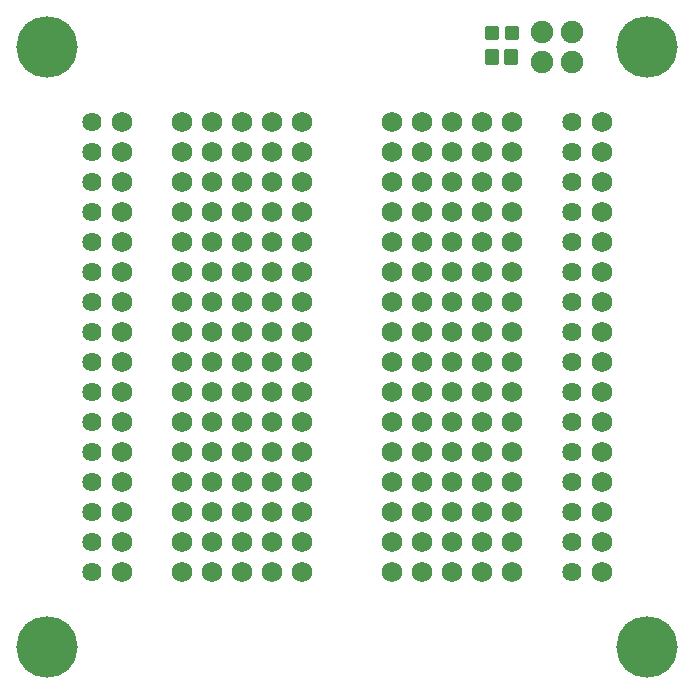
<source format=gts>
G04 Layer: TopSolderMaskLayer*
G04 EasyEDA v6.5.29, 2023-07-20 18:44:56*
G04 ecacf19a758f4ad5b663ea4f4b469a4f,5a6b42c53f6a479593ecc07194224c93,10*
G04 Gerber Generator version 0.2*
G04 Scale: 100 percent, Rotated: No, Reflected: No *
G04 Dimensions in millimeters *
G04 leading zeros omitted , absolute positions ,4 integer and 5 decimal *
%FSLAX45Y45*%
%MOMM*%

%AMMACRO1*1,1,$1,$2,$3*1,1,$1,$4,$5*1,1,$1,0-$2,0-$3*1,1,$1,0-$4,0-$5*20,1,$1,$2,$3,$4,$5,0*20,1,$1,$4,$5,0-$2,0-$3,0*20,1,$1,0-$2,0-$3,0-$4,0-$5,0*20,1,$1,0-$4,0-$5,$2,$3,0*4,1,4,$2,$3,$4,$5,0-$2,0-$3,0-$4,0-$5,$2,$3,0*%
%ADD10MACRO1,0.2032X-0.45X-0.5X-0.45X0.5*%
%ADD11MACRO1,0.2032X0.5X-0.55X-0.5X-0.55*%
%ADD12C,5.2032*%
%ADD13C,1.9016*%
%ADD14C,1.6256*%
%ADD15C,1.7272*%
%ADD16C,0.0143*%

%LPD*%
D10*
G01*
X4144091Y5575292D03*
G01*
X4314090Y5575292D03*
D11*
G01*
X4149092Y5372100D03*
G01*
X4309092Y5372100D03*
D12*
G01*
X381000Y5461000D03*
G01*
X5461000Y5461000D03*
G01*
X5461000Y381000D03*
G01*
X381000Y381000D03*
D13*
G01*
X4572000Y5588000D03*
G01*
X4572000Y5334000D03*
G01*
X4826000Y5334000D03*
G01*
X4826000Y5588000D03*
D14*
G01*
X762076Y4572000D03*
D15*
G01*
X1016076Y4572000D03*
D14*
G01*
X762076Y4318000D03*
D15*
G01*
X1016076Y4318000D03*
D14*
G01*
X762076Y4064000D03*
D15*
G01*
X1016076Y4064000D03*
D14*
G01*
X762127Y4826000D03*
D15*
G01*
X1016076Y4826000D03*
G01*
X1016000Y3810000D03*
D14*
G01*
X762076Y3810000D03*
D15*
G01*
X1016000Y3048000D03*
D14*
G01*
X762000Y3048000D03*
D15*
G01*
X1016000Y3302000D03*
D14*
G01*
X762000Y3302000D03*
D15*
G01*
X1016000Y3556000D03*
D14*
G01*
X762000Y3556000D03*
D15*
G01*
X1016000Y2794000D03*
D14*
G01*
X762076Y2794000D03*
D15*
G01*
X1016000Y2032000D03*
D14*
G01*
X762000Y2032000D03*
D15*
G01*
X1016000Y2286000D03*
D14*
G01*
X762000Y2286000D03*
D15*
G01*
X1016000Y2540000D03*
D14*
G01*
X762000Y2540000D03*
D15*
G01*
X1016000Y1778000D03*
D14*
G01*
X762076Y1778000D03*
D15*
G01*
X1016000Y1016000D03*
D14*
G01*
X762000Y1016000D03*
D15*
G01*
X1016000Y1270000D03*
D14*
G01*
X762000Y1270000D03*
D15*
G01*
X1016000Y1524000D03*
D14*
G01*
X762000Y1524000D03*
D15*
G01*
X1777923Y4826000D03*
G01*
X1524000Y4826000D03*
G01*
X1777923Y4064000D03*
G01*
X1523923Y4064000D03*
G01*
X1777923Y4318000D03*
G01*
X1523923Y4318000D03*
G01*
X1777923Y4572000D03*
G01*
X1523923Y4572000D03*
G01*
X2286000Y4826000D03*
G01*
X2032076Y4826000D03*
G01*
X2286000Y4064000D03*
G01*
X2032000Y4064000D03*
G01*
X2286000Y4318000D03*
G01*
X2032000Y4318000D03*
G01*
X2286000Y4572000D03*
G01*
X2032000Y4572000D03*
G01*
X2540000Y4826000D03*
G01*
X2539923Y4064000D03*
G01*
X2539923Y4318000D03*
G01*
X2539923Y4572000D03*
G01*
X4317923Y4572000D03*
G01*
X4317923Y4318000D03*
G01*
X4317923Y4064000D03*
G01*
X4318000Y4826000D03*
G01*
X3810000Y4572000D03*
G01*
X4064000Y4572000D03*
G01*
X3810000Y4318000D03*
G01*
X4064000Y4318000D03*
G01*
X3810000Y4064000D03*
G01*
X4064000Y4064000D03*
G01*
X3810050Y4826000D03*
G01*
X4064000Y4826000D03*
G01*
X3301923Y4572000D03*
G01*
X3555923Y4572000D03*
G01*
X3301923Y4318000D03*
G01*
X3555923Y4318000D03*
G01*
X3301923Y4064000D03*
G01*
X3555923Y4064000D03*
G01*
X3302000Y4826000D03*
G01*
X3555923Y4826000D03*
D14*
G01*
X4825923Y1524000D03*
D15*
G01*
X5079923Y1524000D03*
D14*
G01*
X4825923Y1270000D03*
D15*
G01*
X5079923Y1270000D03*
D14*
G01*
X4825923Y1016000D03*
D15*
G01*
X5079923Y1016000D03*
D14*
G01*
X4826000Y1778000D03*
D15*
G01*
X5079923Y1778000D03*
D14*
G01*
X4825923Y2540000D03*
D15*
G01*
X5079923Y2540000D03*
D14*
G01*
X4825923Y2286000D03*
D15*
G01*
X5079923Y2286000D03*
D14*
G01*
X4825923Y2032000D03*
D15*
G01*
X5079923Y2032000D03*
D14*
G01*
X4826000Y2794000D03*
D15*
G01*
X5079923Y2794000D03*
D14*
G01*
X4825923Y3556000D03*
D15*
G01*
X5079923Y3556000D03*
D14*
G01*
X4825923Y3302000D03*
D15*
G01*
X5079923Y3302000D03*
D14*
G01*
X4825923Y3048000D03*
D15*
G01*
X5079923Y3048000D03*
D14*
G01*
X4826000Y3810000D03*
D15*
G01*
X5079923Y3810000D03*
G01*
X5080000Y4826000D03*
D14*
G01*
X4826050Y4826000D03*
D15*
G01*
X5080000Y4064000D03*
D14*
G01*
X4826000Y4064000D03*
D15*
G01*
X5080000Y4318000D03*
D14*
G01*
X4826000Y4318000D03*
D15*
G01*
X5080000Y4572000D03*
D14*
G01*
X4826000Y4572000D03*
D15*
G01*
X3555923Y3810000D03*
G01*
X3302000Y3810000D03*
G01*
X3555923Y3048000D03*
G01*
X3301923Y3048000D03*
G01*
X3555923Y3302000D03*
G01*
X3301923Y3302000D03*
G01*
X3555923Y3556000D03*
G01*
X3301923Y3556000D03*
G01*
X4064000Y3810000D03*
G01*
X3810050Y3810000D03*
G01*
X4064000Y3048000D03*
G01*
X3810000Y3048000D03*
G01*
X4064000Y3302000D03*
G01*
X3810000Y3302000D03*
G01*
X4064000Y3556000D03*
G01*
X3810000Y3556000D03*
G01*
X4318000Y3810000D03*
G01*
X4317923Y3048000D03*
G01*
X4317923Y3302000D03*
G01*
X4317923Y3556000D03*
G01*
X2539923Y3556000D03*
G01*
X2539923Y3302000D03*
G01*
X2539923Y3048000D03*
G01*
X2540000Y3810000D03*
G01*
X2032000Y3556000D03*
G01*
X2286000Y3556000D03*
G01*
X2032000Y3302000D03*
G01*
X2286000Y3302000D03*
G01*
X2032000Y3048000D03*
G01*
X2286000Y3048000D03*
G01*
X2032076Y3810000D03*
G01*
X2286000Y3810000D03*
G01*
X1523923Y3556000D03*
G01*
X1777923Y3556000D03*
G01*
X1523923Y3302000D03*
G01*
X1777923Y3302000D03*
G01*
X1523923Y3048000D03*
G01*
X1777923Y3048000D03*
G01*
X1524000Y3810000D03*
G01*
X1777923Y3810000D03*
G01*
X3555923Y2794000D03*
G01*
X3302000Y2794000D03*
G01*
X3555923Y2032000D03*
G01*
X3301923Y2032000D03*
G01*
X3555923Y2286000D03*
G01*
X3301923Y2286000D03*
G01*
X3555923Y2540000D03*
G01*
X3301923Y2540000D03*
G01*
X4064000Y2794000D03*
G01*
X3810050Y2794000D03*
G01*
X4064000Y2032000D03*
G01*
X3810000Y2032000D03*
G01*
X4064000Y2286000D03*
G01*
X3810000Y2286000D03*
G01*
X4064000Y2540000D03*
G01*
X3810000Y2540000D03*
G01*
X4318000Y2794000D03*
G01*
X4317923Y2032000D03*
G01*
X4317923Y2286000D03*
G01*
X4317923Y2540000D03*
G01*
X2539923Y2540000D03*
G01*
X2539923Y2286000D03*
G01*
X2539923Y2032000D03*
G01*
X2540000Y2794000D03*
G01*
X2032000Y2540000D03*
G01*
X2286000Y2540000D03*
G01*
X2032000Y2286000D03*
G01*
X2286000Y2286000D03*
G01*
X2032000Y2032000D03*
G01*
X2286000Y2032000D03*
G01*
X2032076Y2794000D03*
G01*
X2286000Y2794000D03*
G01*
X1523923Y2540000D03*
G01*
X1777923Y2540000D03*
G01*
X1523923Y2286000D03*
G01*
X1777923Y2286000D03*
G01*
X1523923Y2032000D03*
G01*
X1777923Y2032000D03*
G01*
X1524000Y2794000D03*
G01*
X1777923Y2794000D03*
G01*
X3555923Y1778000D03*
G01*
X3302000Y1778000D03*
G01*
X3555923Y1016000D03*
G01*
X3301923Y1016000D03*
G01*
X3555923Y1270000D03*
G01*
X3301923Y1270000D03*
G01*
X3555923Y1524000D03*
G01*
X3301923Y1524000D03*
G01*
X4064000Y1778000D03*
G01*
X3810050Y1778000D03*
G01*
X4064000Y1016000D03*
G01*
X3810000Y1016000D03*
G01*
X4064000Y1270000D03*
G01*
X3810000Y1270000D03*
G01*
X4064000Y1524000D03*
G01*
X3810000Y1524000D03*
G01*
X4318000Y1778000D03*
G01*
X4317923Y1016000D03*
G01*
X4317923Y1270000D03*
G01*
X4317923Y1524000D03*
G01*
X2539923Y1524000D03*
G01*
X2539923Y1270000D03*
G01*
X2539923Y1016000D03*
G01*
X2540000Y1778000D03*
G01*
X2032000Y1524000D03*
G01*
X2286000Y1524000D03*
G01*
X2032000Y1270000D03*
G01*
X2286000Y1270000D03*
G01*
X2032000Y1016000D03*
G01*
X2286000Y1016000D03*
G01*
X2032076Y1778000D03*
G01*
X2286000Y1778000D03*
G01*
X1523923Y1524000D03*
G01*
X1777923Y1524000D03*
G01*
X1523923Y1270000D03*
G01*
X1777923Y1270000D03*
G01*
X1523923Y1016000D03*
G01*
X1777923Y1016000D03*
G01*
X1524000Y1778000D03*
G01*
X1777923Y1778000D03*
M02*

</source>
